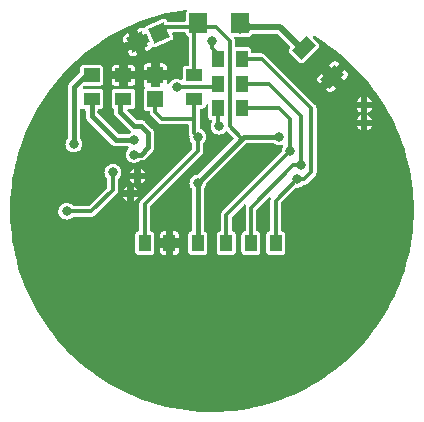
<source format=gbl>
G04 Layer: BottomLayer*
G04 EasyEDA v6.5.42, 2024-03-03 20:16:13*
G04 2dd346860b7e4ad097e02c02aa15ffe7,ed70181f279245e6aff80281ee7dc86a,10*
G04 Gerber Generator version 0.2*
G04 Scale: 100 percent, Rotated: No, Reflected: No *
G04 Dimensions in millimeters *
G04 leading zeros omitted , absolute positions ,4 integer and 5 decimal *
%FSLAX45Y45*%
%MOMM*%

%AMMACRO1*21,1,$1,$2,0,0,$3*%
%ADD10C,0.3000*%
%ADD11C,0.4000*%
%ADD12C,0.5000*%
%ADD13R,1.0000X1.3770*%
%ADD14R,1.3500X1.4100*%
%ADD15MACRO1,1.35X1.41X0.0000*%
%ADD16R,1.3770X1.1325*%
%ADD17MACRO1,1.377X1.1325X0.0000*%
%ADD18MACRO1,1.62X1.44X-90.0000*%
%ADD19MACRO1,1.1X1.7X135.0019*%
%ADD20MACRO1,1.1X1.7X135.0000*%
%ADD21MACRO1,1.35X1.41X113.0004*%
%ADD22R,1.3770X1.0000*%
%ADD23C,0.8000*%
%ADD24C,0.0156*%

%LPD*%
G36*
X3614318Y2440533D02*
G01*
X3556304Y2441041D01*
X3498291Y2443530D01*
X3440379Y2447950D01*
X3382670Y2454351D01*
X3325215Y2462733D01*
X3268116Y2472994D01*
X3211322Y2485237D01*
X3155035Y2499410D01*
X3099257Y2515463D01*
X3044037Y2533396D01*
X2989478Y2553208D01*
X2935579Y2574899D01*
X2882493Y2598369D01*
X2830220Y2623616D01*
X2778810Y2650642D01*
X2728417Y2679395D01*
X2678938Y2709824D01*
X2630576Y2741930D01*
X2583332Y2775661D01*
X2537256Y2810967D01*
X2492400Y2847848D01*
X2448814Y2886202D01*
X2406548Y2926029D01*
X2365705Y2967228D01*
X2326233Y3009849D01*
X2288286Y3053740D01*
X2251811Y3098901D01*
X2216912Y3145282D01*
X2183587Y3192830D01*
X2151888Y3241497D01*
X2121865Y3291179D01*
X2093569Y3341878D01*
X2067001Y3393490D01*
X2042210Y3446018D01*
X2019198Y3499307D01*
X1998014Y3553358D01*
X1978660Y3608120D01*
X1961184Y3663442D01*
X1945639Y3719372D01*
X1931974Y3775811D01*
X1920189Y3832656D01*
X1910384Y3889908D01*
X1902561Y3947414D01*
X1896668Y4005173D01*
X1892706Y4063085D01*
X1890725Y4121099D01*
X1890775Y4179163D01*
X1892757Y4237228D01*
X1896668Y4295140D01*
X1902612Y4352899D01*
X1910435Y4410405D01*
X1920290Y4467606D01*
X1932025Y4524502D01*
X1945690Y4580890D01*
X1961286Y4636820D01*
X1978761Y4692192D01*
X1998116Y4746904D01*
X2019300Y4800955D01*
X2042312Y4854295D01*
X2067153Y4906772D01*
X2093722Y4958384D01*
X2122068Y5009083D01*
X2152091Y5058765D01*
X2183739Y5107381D01*
X2217115Y5154930D01*
X2252014Y5201310D01*
X2288489Y5246471D01*
X2326487Y5290362D01*
X2365959Y5332984D01*
X2406802Y5374182D01*
X2449068Y5414010D01*
X2492654Y5452364D01*
X2537510Y5489194D01*
X2583637Y5524500D01*
X2630881Y5558231D01*
X2679242Y5590336D01*
X2728671Y5620766D01*
X2779115Y5649518D01*
X2830525Y5676493D01*
X2882798Y5701741D01*
X2935935Y5725210D01*
X2989783Y5746851D01*
X3044342Y5766663D01*
X3099562Y5784596D01*
X3155391Y5800648D01*
X3211677Y5814771D01*
X3268421Y5827014D01*
X3325571Y5837275D01*
X3377184Y5844794D01*
X3381197Y5844590D01*
X3384854Y5842812D01*
X3387496Y5839714D01*
X3388715Y5835904D01*
X3388360Y5831890D01*
X3383330Y5822645D01*
X3381603Y5816955D01*
X3380994Y5810504D01*
X3380994Y5755690D01*
X3380232Y5751779D01*
X3377996Y5748477D01*
X3374694Y5746292D01*
X3370834Y5745530D01*
X3227425Y5745530D01*
X3223869Y5746140D01*
X3220770Y5748020D01*
X3218535Y5750814D01*
X3215741Y5755894D01*
X3211931Y5760466D01*
X3207258Y5764225D01*
X3201974Y5766968D01*
X3196234Y5768644D01*
X3190290Y5769203D01*
X3184347Y5768543D01*
X3178200Y5766612D01*
X3049320Y5711952D01*
X3043631Y5708802D01*
X3039059Y5704992D01*
X3035300Y5700369D01*
X3030321Y5691022D01*
X3026714Y5688431D01*
X3022346Y5687618D01*
X3012135Y5690514D01*
X3006191Y5691073D01*
X3000248Y5690412D01*
X2994101Y5688482D01*
X2967939Y5677408D01*
X2990545Y5624068D01*
X3034030Y5642559D01*
X3037941Y5643321D01*
X3041802Y5642610D01*
X3045155Y5640425D01*
X3047390Y5637174D01*
X3070758Y5582056D01*
X3071571Y5578144D01*
X3070809Y5574284D01*
X3068675Y5570931D01*
X3065373Y5568696D01*
X3021888Y5550255D01*
X3044545Y5496966D01*
X3070656Y5508040D01*
X3076346Y5511139D01*
X3080918Y5515000D01*
X3084677Y5519623D01*
X3089656Y5528970D01*
X3093262Y5531561D01*
X3097682Y5532374D01*
X3107842Y5529478D01*
X3113786Y5528919D01*
X3119729Y5529580D01*
X3125927Y5531510D01*
X3254756Y5586171D01*
X3260445Y5589320D01*
X3265017Y5593130D01*
X3268776Y5597753D01*
X3271570Y5603087D01*
X3273247Y5608777D01*
X3273755Y5614720D01*
X3273145Y5620664D01*
X3271215Y5626862D01*
X3265474Y5640374D01*
X3264662Y5644286D01*
X3265424Y5648198D01*
X3267608Y5651500D01*
X3270910Y5653735D01*
X3274822Y5654497D01*
X3371291Y5654497D01*
X3374948Y5653836D01*
X3378098Y5651855D01*
X3380333Y5648909D01*
X3381400Y5645353D01*
X3381603Y5643067D01*
X3383330Y5637326D01*
X3386175Y5632043D01*
X3389934Y5627471D01*
X3394557Y5623661D01*
X3399129Y5621223D01*
X3401974Y5618988D01*
X3403854Y5615838D01*
X3404463Y5612282D01*
X3404463Y5380685D01*
X3403701Y5376773D01*
X3401517Y5373471D01*
X3398215Y5371287D01*
X3394303Y5370525D01*
X3381654Y5370525D01*
X3375202Y5369864D01*
X3369462Y5368137D01*
X3364229Y5365343D01*
X3359607Y5361533D01*
X3355797Y5356910D01*
X3353003Y5351627D01*
X3351276Y5345938D01*
X3350615Y5339486D01*
X3350615Y5259527D01*
X3349751Y5255361D01*
X3347212Y5251907D01*
X3343452Y5249824D01*
X3339185Y5249468D01*
X3335172Y5250891D01*
X3331972Y5252821D01*
X3321761Y5257038D01*
X3311042Y5259628D01*
X3300018Y5260492D01*
X3288995Y5259628D01*
X3278225Y5257038D01*
X3268014Y5252821D01*
X3258565Y5247030D01*
X3250184Y5239867D01*
X3242970Y5231434D01*
X3236823Y5221376D01*
X3233826Y5218277D01*
X3229762Y5216652D01*
X3225393Y5216906D01*
X3221583Y5218988D01*
X3218942Y5222443D01*
X3218027Y5226710D01*
X3218027Y5248402D01*
X3160115Y5248402D01*
X3160115Y5201158D01*
X3159302Y5197246D01*
X3157118Y5193995D01*
X3153816Y5191760D01*
X3149955Y5190998D01*
X3090062Y5190998D01*
X3086150Y5191760D01*
X3082848Y5193995D01*
X3080664Y5197246D01*
X3079902Y5201158D01*
X3079902Y5248402D01*
X3021990Y5248402D01*
X3021990Y5220004D01*
X3022600Y5213553D01*
X3024378Y5207812D01*
X3027172Y5202580D01*
X3033826Y5194350D01*
X3034792Y5189982D01*
X3033826Y5185664D01*
X3027172Y5177434D01*
X3024378Y5172151D01*
X3022600Y5166410D01*
X3021990Y5160010D01*
X3021990Y5020005D01*
X3022600Y5013553D01*
X3024378Y5007813D01*
X3027172Y5002580D01*
X3030931Y4997958D01*
X3035554Y4994148D01*
X3040837Y4991354D01*
X3046526Y4989626D01*
X3052978Y4988966D01*
X3064459Y4988966D01*
X3068421Y4988153D01*
X3071723Y4985867D01*
X3073908Y4982464D01*
X3075736Y4969560D01*
X3078378Y4961636D01*
X3082493Y4954320D01*
X3088132Y4947462D01*
X3149092Y4886604D01*
X3156051Y4881321D01*
X3163570Y4877612D01*
X3171647Y4875276D01*
X3180486Y4874463D01*
X3394303Y4874463D01*
X3398215Y4873701D01*
X3401517Y4871516D01*
X3403701Y4868214D01*
X3404463Y4864303D01*
X3404514Y4798263D01*
X3405733Y4789474D01*
X3407562Y4783582D01*
X3409797Y4777994D01*
X3409950Y4775403D01*
X3409492Y4770018D01*
X3410407Y4758994D01*
X3412947Y4748225D01*
X3417214Y4738014D01*
X3422954Y4728565D01*
X3433572Y4716018D01*
X3434486Y4711801D01*
X3434486Y4673041D01*
X3433724Y4669180D01*
X3431489Y4665878D01*
X2996590Y4230878D01*
X2991358Y4223918D01*
X2987598Y4216400D01*
X2985312Y4208322D01*
X2984500Y4199534D01*
X2984500Y3978960D01*
X2983788Y3975303D01*
X2981858Y3972153D01*
X2978912Y3969867D01*
X2974035Y3968750D01*
X2968345Y3966972D01*
X2963062Y3964178D01*
X2958439Y3960368D01*
X2954680Y3955796D01*
X2951835Y3950512D01*
X2950108Y3944772D01*
X2949498Y3938371D01*
X2949498Y3801668D01*
X2950108Y3795217D01*
X2951835Y3789476D01*
X2954680Y3784244D01*
X2958439Y3779621D01*
X2963062Y3775811D01*
X2968345Y3773017D01*
X2974035Y3771290D01*
X2980486Y3770629D01*
X3079496Y3770629D01*
X3085947Y3771290D01*
X3091637Y3773017D01*
X3096920Y3775811D01*
X3101543Y3779621D01*
X3105302Y3784244D01*
X3108096Y3789476D01*
X3109874Y3795217D01*
X3110484Y3801668D01*
X3110484Y3938371D01*
X3109874Y3944772D01*
X3108096Y3950512D01*
X3105302Y3955796D01*
X3101543Y3960368D01*
X3096920Y3964178D01*
X3091637Y3966972D01*
X3085947Y3968750D01*
X3081070Y3969867D01*
X3078124Y3972153D01*
X3076194Y3975303D01*
X3075482Y3978960D01*
X3075482Y4176928D01*
X3076295Y4180840D01*
X3078480Y4184142D01*
X3513378Y4619091D01*
X3518662Y4626051D01*
X3522370Y4633569D01*
X3524707Y4641646D01*
X3525520Y4650435D01*
X3525520Y4711801D01*
X3526434Y4716018D01*
X3537000Y4728565D01*
X3542792Y4738014D01*
X3547008Y4748225D01*
X3549599Y4758994D01*
X3550462Y4770018D01*
X3549599Y4781042D01*
X3547008Y4791760D01*
X3542792Y4801971D01*
X3537000Y4811420D01*
X3529837Y4819853D01*
X3521405Y4827016D01*
X3512007Y4832807D01*
X3501796Y4837023D01*
X3498494Y4839208D01*
X3496259Y4842510D01*
X3495497Y4846421D01*
X3495497Y4999329D01*
X3496259Y5003190D01*
X3498494Y5006492D01*
X3501796Y5008727D01*
X3505657Y5009489D01*
X3518357Y5009489D01*
X3524808Y5010099D01*
X3530498Y5011826D01*
X3535781Y5014671D01*
X3540404Y5018430D01*
X3544163Y5023053D01*
X3547008Y5028336D01*
X3548735Y5034026D01*
X3549192Y5039055D01*
X3550564Y5043220D01*
X3553561Y5046421D01*
X3557625Y5048046D01*
X3561994Y5047843D01*
X3565855Y5045811D01*
X3568547Y5042306D01*
X3569462Y5038039D01*
X3569462Y4941620D01*
X3570122Y4935220D01*
X3571849Y4929479D01*
X3574643Y4924196D01*
X3578453Y4919624D01*
X3583076Y4915814D01*
X3588308Y4913020D01*
X3594100Y4911242D01*
X3597351Y4909566D01*
X3599789Y4906822D01*
X3601110Y4903368D01*
X3601110Y4899660D01*
X3599789Y4896205D01*
X3597198Y4891989D01*
X3592982Y4881778D01*
X3590391Y4871008D01*
X3589528Y4859985D01*
X3590391Y4848961D01*
X3592982Y4838242D01*
X3597198Y4827981D01*
X3602990Y4818583D01*
X3610152Y4810150D01*
X3618585Y4802987D01*
X3627983Y4797196D01*
X3638194Y4792980D01*
X3648964Y4790389D01*
X3659987Y4789525D01*
X3671011Y4790389D01*
X3681780Y4792980D01*
X3691991Y4797196D01*
X3701440Y4802987D01*
X3709822Y4810150D01*
X3714546Y4815687D01*
X3717848Y4818227D01*
X3721862Y4819243D01*
X3725976Y4818532D01*
X3729431Y4816246D01*
X3779875Y4765649D01*
X3782110Y4762347D01*
X3782872Y4758486D01*
X3782060Y4754626D01*
X3779875Y4751324D01*
X3481628Y4453026D01*
X3478682Y4450994D01*
X3475228Y4450080D01*
X3468979Y4449622D01*
X3458210Y4447032D01*
X3447999Y4442815D01*
X3438550Y4437024D01*
X3430168Y4429810D01*
X3422954Y4421428D01*
X3417214Y4411980D01*
X3412947Y4401769D01*
X3410407Y4391050D01*
X3409492Y4379976D01*
X3410407Y4368952D01*
X3412947Y4358233D01*
X3417214Y4348022D01*
X3422954Y4338574D01*
X3427069Y4333798D01*
X3428847Y4330700D01*
X3429508Y4327194D01*
X3429508Y3977894D01*
X3428593Y3973728D01*
X3426002Y3970274D01*
X3422294Y3968191D01*
X3418332Y3966972D01*
X3413048Y3964178D01*
X3408426Y3960368D01*
X3404666Y3955796D01*
X3401822Y3950512D01*
X3400094Y3944772D01*
X3399485Y3938371D01*
X3399485Y3801668D01*
X3400094Y3795217D01*
X3401822Y3789476D01*
X3404666Y3784244D01*
X3408426Y3779621D01*
X3413048Y3775811D01*
X3418332Y3773017D01*
X3424021Y3771290D01*
X3430473Y3770629D01*
X3529482Y3770629D01*
X3535934Y3771290D01*
X3541623Y3773017D01*
X3546906Y3775811D01*
X3551529Y3779621D01*
X3555288Y3784244D01*
X3558133Y3789476D01*
X3559860Y3795217D01*
X3560470Y3801668D01*
X3560470Y3938371D01*
X3559860Y3944772D01*
X3558133Y3950512D01*
X3555288Y3955796D01*
X3551529Y3960368D01*
X3546906Y3964178D01*
X3541623Y3966972D01*
X3537712Y3968191D01*
X3533952Y3970274D01*
X3531412Y3973728D01*
X3530498Y3977894D01*
X3530498Y4327194D01*
X3531108Y4330700D01*
X3532936Y4333798D01*
X3537000Y4338574D01*
X3542792Y4348022D01*
X3547008Y4358233D01*
X3549599Y4368952D01*
X3550107Y4375200D01*
X3550970Y4378655D01*
X3553053Y4381601D01*
X3887927Y4716526D01*
X3891229Y4718710D01*
X3895140Y4719472D01*
X4117187Y4719472D01*
X4120743Y4718862D01*
X4123791Y4717034D01*
X4128566Y4712970D01*
X4138015Y4707229D01*
X4148226Y4702962D01*
X4158945Y4700371D01*
X4169968Y4699508D01*
X4180992Y4700371D01*
X4189374Y4702403D01*
X4193336Y4702556D01*
X4197045Y4701184D01*
X4199940Y4698492D01*
X4201617Y4694885D01*
X4201769Y4690922D01*
X4200398Y4687214D01*
X4197197Y4681982D01*
X4192981Y4671771D01*
X4190390Y4661001D01*
X4189018Y4644593D01*
X4186682Y4640884D01*
X3686708Y4140860D01*
X3681425Y4133900D01*
X3677665Y4126382D01*
X3675379Y4118305D01*
X3674567Y4109516D01*
X3674567Y3978960D01*
X3673906Y3975303D01*
X3671925Y3972153D01*
X3668979Y3969918D01*
X3664051Y3968750D01*
X3658311Y3966972D01*
X3653078Y3964178D01*
X3648456Y3960368D01*
X3644646Y3955796D01*
X3641851Y3950512D01*
X3640124Y3944772D01*
X3639464Y3938371D01*
X3639464Y3801668D01*
X3640124Y3795217D01*
X3641851Y3789476D01*
X3644646Y3784244D01*
X3648456Y3779621D01*
X3653078Y3775811D01*
X3658311Y3773017D01*
X3664051Y3771290D01*
X3670503Y3770629D01*
X3769461Y3770629D01*
X3775913Y3771290D01*
X3781653Y3773017D01*
X3786886Y3775811D01*
X3791508Y3779621D01*
X3795318Y3784244D01*
X3798112Y3789476D01*
X3799840Y3795217D01*
X3800500Y3801668D01*
X3800500Y3938371D01*
X3799840Y3944772D01*
X3798112Y3950512D01*
X3795318Y3955796D01*
X3791508Y3960368D01*
X3786886Y3964178D01*
X3781653Y3966972D01*
X3775913Y3968750D01*
X3771188Y3969867D01*
X3768242Y3972153D01*
X3766261Y3975303D01*
X3765600Y3978960D01*
X3765600Y4086910D01*
X3766362Y4090822D01*
X3768547Y4094124D01*
X3870451Y4195978D01*
X3874160Y4198366D01*
X3878579Y4198924D01*
X3882796Y4197553D01*
X3885996Y4194556D01*
X3887673Y4190441D01*
X3887419Y4186021D01*
X3885184Y4178249D01*
X3884371Y4169460D01*
X3884371Y3978960D01*
X3883710Y3975303D01*
X3881729Y3972153D01*
X3878783Y3969867D01*
X3874058Y3968750D01*
X3868318Y3966972D01*
X3863035Y3964178D01*
X3858463Y3960368D01*
X3854653Y3955796D01*
X3851859Y3950512D01*
X3850081Y3944772D01*
X3849471Y3938371D01*
X3849471Y3801668D01*
X3850081Y3795217D01*
X3851859Y3789476D01*
X3854653Y3784244D01*
X3858463Y3779621D01*
X3863035Y3775811D01*
X3868318Y3773017D01*
X3874058Y3771290D01*
X3880459Y3770629D01*
X3979468Y3770629D01*
X3985920Y3771290D01*
X3991660Y3773017D01*
X3996893Y3775811D01*
X4001515Y3779621D01*
X4005326Y3784244D01*
X4008120Y3789476D01*
X4009847Y3795217D01*
X4010507Y3801668D01*
X4010507Y3938371D01*
X4009847Y3944772D01*
X4008120Y3950512D01*
X4005326Y3955796D01*
X4001515Y3960368D01*
X3996893Y3964178D01*
X3991660Y3966972D01*
X3985920Y3968750D01*
X3980992Y3969918D01*
X3978046Y3972153D01*
X3976065Y3975303D01*
X3975404Y3978960D01*
X3975404Y4146854D01*
X3976166Y4150766D01*
X3978351Y4154068D01*
X4080611Y4256278D01*
X4084320Y4258665D01*
X4088739Y4259224D01*
X4092956Y4257852D01*
X4096156Y4254855D01*
X4097832Y4250740D01*
X4097578Y4246321D01*
X4095292Y4238345D01*
X4094479Y4229557D01*
X4094479Y3978960D01*
X4093819Y3975303D01*
X4091838Y3972153D01*
X4088892Y3969867D01*
X4084015Y3968750D01*
X4078325Y3966972D01*
X4073042Y3964178D01*
X4068419Y3960368D01*
X4064660Y3955796D01*
X4061815Y3950512D01*
X4060088Y3944772D01*
X4059478Y3938371D01*
X4059478Y3801668D01*
X4060088Y3795217D01*
X4061815Y3789476D01*
X4064660Y3784244D01*
X4068419Y3779621D01*
X4073042Y3775811D01*
X4078325Y3773017D01*
X4084015Y3771290D01*
X4090466Y3770629D01*
X4189476Y3770629D01*
X4195927Y3771290D01*
X4201617Y3773017D01*
X4206900Y3775811D01*
X4211523Y3779621D01*
X4215282Y3784244D01*
X4218127Y3789476D01*
X4219854Y3795217D01*
X4220464Y3801668D01*
X4220464Y3938371D01*
X4219854Y3944772D01*
X4218127Y3950512D01*
X4215282Y3955796D01*
X4211523Y3960368D01*
X4206900Y3964178D01*
X4201617Y3966972D01*
X4195927Y3968750D01*
X4191101Y3969867D01*
X4188155Y3972153D01*
X4186174Y3975303D01*
X4185513Y3978960D01*
X4185513Y4206951D01*
X4186275Y4210862D01*
X4188460Y4214114D01*
X4310989Y4336643D01*
X4314647Y4339031D01*
X4331004Y4340402D01*
X4341774Y4342993D01*
X4351985Y4347210D01*
X4361434Y4353001D01*
X4373829Y4363466D01*
X4378045Y4364431D01*
X4381754Y4364482D01*
X4390390Y4365701D01*
X4398314Y4368342D01*
X4405680Y4372457D01*
X4412488Y4378096D01*
X4473295Y4438954D01*
X4478578Y4445965D01*
X4482338Y4453483D01*
X4484624Y4461560D01*
X4485436Y4470349D01*
X4485386Y5011623D01*
X4484166Y5020310D01*
X4481525Y5028234D01*
X4477410Y5035600D01*
X4471771Y5042408D01*
X4050741Y5463387D01*
X4043730Y5468670D01*
X4036212Y5472430D01*
X4028135Y5474716D01*
X4019346Y5475528D01*
X3940657Y5475528D01*
X3936796Y5476290D01*
X3933494Y5478475D01*
X3931259Y5481777D01*
X3930497Y5485688D01*
X3930497Y5498338D01*
X3929887Y5504789D01*
X3928160Y5510479D01*
X3925315Y5515762D01*
X3921556Y5520385D01*
X3916934Y5524144D01*
X3911650Y5526989D01*
X3905961Y5528716D01*
X3899509Y5529326D01*
X3805732Y5529326D01*
X3801821Y5530138D01*
X3798519Y5532323D01*
X3796334Y5535625D01*
X3795572Y5539486D01*
X3795522Y5581599D01*
X3794302Y5590286D01*
X3791661Y5598210D01*
X3788765Y5603392D01*
X3787546Y5607405D01*
X3788003Y5611571D01*
X3790137Y5615178D01*
X3793540Y5617616D01*
X3797655Y5618480D01*
X3814673Y5618480D01*
X3818128Y5617870D01*
X3822141Y5616397D01*
X3831640Y5614720D01*
X3841343Y5614720D01*
X3850843Y5616397D01*
X3854856Y5617870D01*
X3858310Y5618480D01*
X3907993Y5618480D01*
X3914444Y5619089D01*
X3920134Y5620867D01*
X3925417Y5623661D01*
X3930040Y5627471D01*
X3933799Y5632043D01*
X3938015Y5639612D01*
X3940911Y5642660D01*
X3943705Y5644032D01*
X3946753Y5644489D01*
X4147565Y5644489D01*
X4151426Y5643727D01*
X4154728Y5641543D01*
X4260291Y5535980D01*
X4262374Y5532882D01*
X4263237Y5529224D01*
X4262678Y5525516D01*
X4260850Y5522214D01*
X4255414Y5515813D01*
X4252620Y5510631D01*
X4250893Y5504942D01*
X4250334Y5498998D01*
X4250893Y5493054D01*
X4252620Y5487314D01*
X4255465Y5482082D01*
X4259580Y5477052D01*
X4336643Y5399989D01*
X4341622Y5395874D01*
X4346905Y5393080D01*
X4352645Y5391353D01*
X4358589Y5390743D01*
X4364532Y5391353D01*
X4370222Y5393080D01*
X4375505Y5395874D01*
X4380484Y5399989D01*
X4500016Y5519470D01*
X4504080Y5524500D01*
X4506925Y5529732D01*
X4508652Y5535472D01*
X4509211Y5541416D01*
X4508652Y5547360D01*
X4506925Y5553049D01*
X4504080Y5558332D01*
X4500016Y5563362D01*
X4458563Y5604764D01*
X4456277Y5608269D01*
X4455617Y5612333D01*
X4456633Y5616397D01*
X4459173Y5619699D01*
X4462830Y5621680D01*
X4466996Y5622036D01*
X4470958Y5620664D01*
X4496460Y5605576D01*
X4545330Y5574284D01*
X4593183Y5541365D01*
X4639818Y5506821D01*
X4685334Y5470753D01*
X4729530Y5433110D01*
X4772456Y5394045D01*
X4814011Y5353507D01*
X4854194Y5311597D01*
X4892903Y5268315D01*
X4930140Y5223764D01*
X4965852Y5177993D01*
X4999939Y5131003D01*
X5032451Y5082895D01*
X5063337Y5033721D01*
X5092496Y4983530D01*
X5119928Y4932375D01*
X5145633Y4880305D01*
X5169509Y4827422D01*
X5191607Y4773726D01*
X5211876Y4719320D01*
X5230266Y4664252D01*
X5246827Y4608576D01*
X5261457Y4552391D01*
X5274157Y4495749D01*
X5284927Y4438700D01*
X5293766Y4381347D01*
X5300624Y4323689D01*
X5305552Y4265828D01*
X5308498Y4207865D01*
X5309463Y4149801D01*
X5308498Y4091736D01*
X5305501Y4033774D01*
X5300573Y3975912D01*
X5293715Y3918305D01*
X5284876Y3860901D01*
X5274056Y3803853D01*
X5261356Y3747211D01*
X5246725Y3691026D01*
X5230164Y3635400D01*
X5211775Y3580333D01*
X5191506Y3525926D01*
X5169408Y3472230D01*
X5145481Y3419348D01*
X5119776Y3367278D01*
X5092293Y3316122D01*
X5063134Y3265932D01*
X5032298Y3216757D01*
X4999786Y3168650D01*
X4965649Y3121710D01*
X4929936Y3075889D01*
X4892700Y3031388D01*
X4853940Y2988106D01*
X4813808Y2946196D01*
X4772202Y2905709D01*
X4729276Y2866593D01*
X4685030Y2829001D01*
X4639564Y2792933D01*
X4592878Y2758389D01*
X4545076Y2725470D01*
X4496155Y2694228D01*
X4446168Y2664612D01*
X4395266Y2636723D01*
X4343400Y2610612D01*
X4290720Y2586228D01*
X4237228Y2563723D01*
X4182973Y2542997D01*
X4128109Y2524099D01*
X4072585Y2507132D01*
X4016501Y2491994D01*
X3959961Y2478836D01*
X3903014Y2467559D01*
X3845712Y2458262D01*
X3788156Y2450896D01*
X3730345Y2445461D01*
X3672382Y2442006D01*
G37*

%LPC*%
G36*
X3190494Y3770629D02*
G01*
X3208629Y3770629D01*
X3208629Y3829253D01*
X3159455Y3829253D01*
X3159455Y3801668D01*
X3160115Y3795217D01*
X3161842Y3789476D01*
X3164636Y3784244D01*
X3168446Y3779621D01*
X3173069Y3775811D01*
X3178302Y3773017D01*
X3184042Y3771290D01*
G37*
G36*
X3271316Y3770629D02*
G01*
X3289503Y3770629D01*
X3295904Y3771290D01*
X3301644Y3773017D01*
X3306927Y3775811D01*
X3311499Y3779621D01*
X3315309Y3784244D01*
X3318103Y3789476D01*
X3319830Y3795217D01*
X3320491Y3801668D01*
X3320491Y3829253D01*
X3271316Y3829253D01*
G37*
G36*
X3271316Y3910787D02*
G01*
X3320491Y3910787D01*
X3320491Y3938371D01*
X3319830Y3944772D01*
X3318103Y3950512D01*
X3315309Y3955796D01*
X3311499Y3960368D01*
X3306927Y3964178D01*
X3301644Y3966972D01*
X3295904Y3968750D01*
X3289503Y3969359D01*
X3271316Y3969359D01*
G37*
G36*
X3159455Y3910787D02*
G01*
X3208629Y3910787D01*
X3208629Y3969359D01*
X3190494Y3969359D01*
X3184042Y3968750D01*
X3178302Y3966972D01*
X3173069Y3964178D01*
X3168446Y3960368D01*
X3164636Y3955796D01*
X3161842Y3950512D01*
X3160115Y3944772D01*
X3159455Y3938371D01*
G37*
G36*
X2369972Y4069537D02*
G01*
X2380996Y4070400D01*
X2391765Y4072991D01*
X2401976Y4077208D01*
X2411425Y4082999D01*
X2423922Y4093514D01*
X2428138Y4094429D01*
X2581605Y4094479D01*
X2590292Y4095699D01*
X2598216Y4098340D01*
X2605582Y4102455D01*
X2612390Y4108094D01*
X2793339Y4289094D01*
X2798622Y4296105D01*
X2802382Y4303623D01*
X2804668Y4311700D01*
X2805480Y4320489D01*
X2805480Y4411776D01*
X2806395Y4415993D01*
X2817012Y4428591D01*
X2822803Y4437989D01*
X2827020Y4448200D01*
X2829610Y4458970D01*
X2830474Y4469993D01*
X2829610Y4481017D01*
X2827020Y4491786D01*
X2822803Y4501997D01*
X2817012Y4511446D01*
X2809849Y4519828D01*
X2801416Y4527042D01*
X2791968Y4532782D01*
X2781757Y4537049D01*
X2771038Y4539589D01*
X2760014Y4540453D01*
X2748991Y4539589D01*
X2738221Y4537049D01*
X2728010Y4532782D01*
X2718562Y4527042D01*
X2710180Y4519828D01*
X2702966Y4511446D01*
X2697175Y4501997D01*
X2692958Y4491786D01*
X2690368Y4481017D01*
X2689504Y4469993D01*
X2690368Y4458970D01*
X2692958Y4448200D01*
X2697175Y4437989D01*
X2702966Y4428591D01*
X2713532Y4416044D01*
X2714447Y4411827D01*
X2714447Y4343095D01*
X2713685Y4339183D01*
X2711500Y4335881D01*
X2564028Y4188409D01*
X2560726Y4186224D01*
X2556814Y4185462D01*
X2428240Y4185462D01*
X2424023Y4186377D01*
X2411425Y4196994D01*
X2401976Y4202785D01*
X2391765Y4207052D01*
X2380996Y4209592D01*
X2369972Y4210456D01*
X2358948Y4209592D01*
X2348230Y4207052D01*
X2338019Y4202785D01*
X2328570Y4196994D01*
X2320137Y4189831D01*
X2312974Y4181449D01*
X2307183Y4172000D01*
X2302967Y4161790D01*
X2300376Y4151020D01*
X2299512Y4139996D01*
X2300376Y4128973D01*
X2302967Y4118203D01*
X2307183Y4107992D01*
X2312974Y4098594D01*
X2320137Y4090162D01*
X2328570Y4082999D01*
X2338019Y4077208D01*
X2348230Y4072991D01*
X2358948Y4070400D01*
G37*
G36*
X2936341Y4224832D02*
G01*
X2941980Y4227220D01*
X2951429Y4232960D01*
X2959811Y4240174D01*
X2967024Y4248556D01*
X2972765Y4258005D01*
X2975102Y4263644D01*
X2936341Y4263644D01*
G37*
G36*
X2883662Y4224832D02*
G01*
X2883662Y4263644D01*
X2844850Y4263644D01*
X2847187Y4258005D01*
X2852978Y4248556D01*
X2860141Y4240174D01*
X2868574Y4232960D01*
X2877972Y4227220D01*
G37*
G36*
X2844850Y4316323D02*
G01*
X2883662Y4316323D01*
X2883662Y4355134D01*
X2877972Y4352798D01*
X2868574Y4347006D01*
X2860141Y4339844D01*
X2852978Y4331411D01*
X2847187Y4321962D01*
G37*
G36*
X2936341Y4316323D02*
G01*
X2975102Y4316323D01*
X2972765Y4321962D01*
X2967024Y4331411D01*
X2959811Y4339844D01*
X2951429Y4347006D01*
X2941980Y4352798D01*
X2936341Y4355134D01*
G37*
G36*
X2996336Y4374845D02*
G01*
X3001975Y4377182D01*
X3011424Y4382973D01*
X3019806Y4390136D01*
X3027019Y4398568D01*
X3032810Y4408017D01*
X3035147Y4413656D01*
X2996336Y4413656D01*
G37*
G36*
X2943656Y4374845D02*
G01*
X2943656Y4413656D01*
X2904845Y4413656D01*
X2907182Y4408017D01*
X2912973Y4398568D01*
X2920136Y4390136D01*
X2928569Y4382973D01*
X2938018Y4377182D01*
G37*
G36*
X2904845Y4466336D02*
G01*
X2943656Y4466336D01*
X2943656Y4505147D01*
X2938018Y4502810D01*
X2928569Y4497019D01*
X2920136Y4489805D01*
X2912973Y4481423D01*
X2907182Y4471974D01*
G37*
G36*
X2996336Y4466336D02*
G01*
X3035147Y4466336D01*
X3032810Y4471974D01*
X3027019Y4481423D01*
X3019806Y4489805D01*
X3011424Y4497019D01*
X3001975Y4502810D01*
X2996336Y4505147D01*
G37*
G36*
X2939999Y4549546D02*
G01*
X2951022Y4550410D01*
X2961792Y4552950D01*
X2972003Y4557217D01*
X2981401Y4563008D01*
X2986176Y4567072D01*
X2989275Y4568850D01*
X2992780Y4569510D01*
X3004413Y4569714D01*
X3008782Y4570272D01*
X3013049Y4571238D01*
X3017266Y4572558D01*
X3021330Y4574235D01*
X3025241Y4576267D01*
X3028950Y4578654D01*
X3032455Y4581347D01*
X3035858Y4584446D01*
X3095498Y4644085D01*
X3098596Y4647488D01*
X3101289Y4650994D01*
X3103676Y4654702D01*
X3105708Y4658614D01*
X3107385Y4662678D01*
X3108706Y4666894D01*
X3109671Y4671161D01*
X3110230Y4675530D01*
X3110433Y4680153D01*
X3110433Y4799888D01*
X3110230Y4804511D01*
X3109671Y4808880D01*
X3108706Y4813147D01*
X3107385Y4817364D01*
X3105708Y4821428D01*
X3103676Y4825339D01*
X3101289Y4829048D01*
X3098596Y4832553D01*
X3095498Y4835956D01*
X3035858Y4895596D01*
X3032455Y4898694D01*
X3028950Y4901387D01*
X3025241Y4903774D01*
X3021330Y4905806D01*
X3017266Y4907483D01*
X3013049Y4908804D01*
X3008782Y4909769D01*
X3004413Y4910328D01*
X2999790Y4910531D01*
X2965145Y4910531D01*
X2961233Y4911293D01*
X2957982Y4913528D01*
X2885846Y4985512D01*
X2883611Y4988814D01*
X2882849Y4992674D01*
X2883611Y4996586D01*
X2885795Y4999888D01*
X2889097Y5002072D01*
X2893009Y5002834D01*
X2918358Y5002834D01*
X2924810Y5003495D01*
X2930499Y5005222D01*
X2935782Y5008016D01*
X2940405Y5011826D01*
X2944164Y5016449D01*
X2947009Y5021681D01*
X2948736Y5027422D01*
X2949346Y5033873D01*
X2949346Y5146090D01*
X2948736Y5152542D01*
X2947009Y5158282D01*
X2944164Y5163515D01*
X2940405Y5168138D01*
X2935782Y5171948D01*
X2930499Y5174742D01*
X2924810Y5176469D01*
X2918358Y5177129D01*
X2781655Y5177129D01*
X2775204Y5176469D01*
X2769463Y5174742D01*
X2764231Y5171948D01*
X2759608Y5168138D01*
X2755798Y5163515D01*
X2753004Y5158282D01*
X2751277Y5152542D01*
X2750616Y5146090D01*
X2750616Y5033873D01*
X2751277Y5027422D01*
X2753004Y5021681D01*
X2755798Y5016449D01*
X2759557Y5011877D01*
X2765552Y5007152D01*
X2767634Y5004917D01*
X2768955Y5002174D01*
X2769412Y4999177D01*
X2769412Y4980127D01*
X2769616Y4975453D01*
X2770174Y4971135D01*
X2771140Y4966817D01*
X2772460Y4962652D01*
X2774188Y4958537D01*
X2776169Y4954676D01*
X2778556Y4950917D01*
X2781198Y4947462D01*
X2784398Y4944008D01*
X2904236Y4824425D01*
X2909468Y4819904D01*
X2912059Y4816957D01*
X2913380Y4813249D01*
X2913176Y4809337D01*
X2911500Y4805832D01*
X2908604Y4803190D01*
X2898597Y4796993D01*
X2893822Y4792929D01*
X2890723Y4791151D01*
X2887218Y4790490D01*
X2815132Y4790490D01*
X2811221Y4791252D01*
X2807919Y4793488D01*
X2633472Y4967935D01*
X2631287Y4971237D01*
X2630525Y4975098D01*
X2630525Y4992674D01*
X2631287Y4996586D01*
X2633472Y4999888D01*
X2636774Y5002072D01*
X2640685Y5002834D01*
X2648356Y5002834D01*
X2654808Y5003495D01*
X2660497Y5005222D01*
X2665780Y5008016D01*
X2670403Y5011826D01*
X2674162Y5016449D01*
X2677007Y5021681D01*
X2678734Y5027422D01*
X2679344Y5033873D01*
X2679344Y5146090D01*
X2678734Y5152542D01*
X2677007Y5158282D01*
X2674162Y5163515D01*
X2670403Y5168138D01*
X2665780Y5171948D01*
X2660497Y5174742D01*
X2654808Y5176469D01*
X2648356Y5177129D01*
X2513126Y5177129D01*
X2509215Y5177891D01*
X2505913Y5180076D01*
X2503728Y5183378D01*
X2502966Y5187289D01*
X2503728Y5191150D01*
X2505913Y5194452D01*
X2511348Y5199888D01*
X2514650Y5202072D01*
X2518511Y5202834D01*
X2648356Y5202834D01*
X2654808Y5203494D01*
X2660497Y5205222D01*
X2665780Y5208066D01*
X2670403Y5211826D01*
X2674162Y5216448D01*
X2677007Y5221732D01*
X2678734Y5227421D01*
X2679344Y5233873D01*
X2679344Y5346141D01*
X2678734Y5352542D01*
X2677007Y5358282D01*
X2674162Y5363565D01*
X2670403Y5368137D01*
X2665780Y5371947D01*
X2660497Y5374741D01*
X2654808Y5376519D01*
X2648356Y5377129D01*
X2511653Y5377129D01*
X2505202Y5376519D01*
X2499512Y5374741D01*
X2494229Y5371947D01*
X2489606Y5368137D01*
X2485796Y5363565D01*
X2483002Y5358282D01*
X2481275Y5352542D01*
X2480614Y5346141D01*
X2480614Y5316220D01*
X2479852Y5312359D01*
X2477668Y5309057D01*
X2394458Y5225846D01*
X2391359Y5222443D01*
X2388666Y5218938D01*
X2386279Y5215229D01*
X2384247Y5211318D01*
X2382570Y5207254D01*
X2381250Y5203037D01*
X2380284Y5198770D01*
X2379726Y5194401D01*
X2379522Y5189778D01*
X2379522Y4762804D01*
X2378862Y4759299D01*
X2377084Y4756200D01*
X2372969Y4751425D01*
X2367178Y4741976D01*
X2362962Y4731766D01*
X2360371Y4721047D01*
X2359507Y4710023D01*
X2360371Y4699000D01*
X2362962Y4688230D01*
X2367178Y4678019D01*
X2372969Y4668570D01*
X2380183Y4660188D01*
X2388565Y4652975D01*
X2398014Y4647184D01*
X2408224Y4642967D01*
X2418994Y4640376D01*
X2430018Y4639513D01*
X2441041Y4640376D01*
X2451760Y4642967D01*
X2461971Y4647184D01*
X2471420Y4652975D01*
X2479852Y4660188D01*
X2487015Y4668570D01*
X2492806Y4678019D01*
X2497023Y4688230D01*
X2499614Y4699000D01*
X2500477Y4710023D01*
X2499614Y4721047D01*
X2497023Y4731766D01*
X2492806Y4741976D01*
X2487015Y4751425D01*
X2482951Y4756150D01*
X2481173Y4759248D01*
X2480513Y4762754D01*
X2480513Y4998415D01*
X2481376Y5002479D01*
X2483764Y5005882D01*
X2487371Y5008016D01*
X2491486Y5008524D01*
X2495499Y5007356D01*
X2499512Y5005222D01*
X2505202Y5003495D01*
X2511653Y5002834D01*
X2519324Y5002834D01*
X2523236Y5002072D01*
X2526538Y4999888D01*
X2528722Y4996586D01*
X2529484Y4992674D01*
X2529484Y4950206D01*
X2529687Y4945583D01*
X2530297Y4941214D01*
X2531211Y4936896D01*
X2532532Y4932730D01*
X2534259Y4928616D01*
X2536291Y4924755D01*
X2538628Y4920996D01*
X2541320Y4917541D01*
X2544470Y4914087D01*
X2754122Y4704435D01*
X2757525Y4701336D01*
X2761030Y4698644D01*
X2764739Y4696256D01*
X2768650Y4694224D01*
X2772714Y4692548D01*
X2776931Y4691227D01*
X2781249Y4690262D01*
X2785618Y4689703D01*
X2790240Y4689500D01*
X2885643Y4689500D01*
X2889656Y4688687D01*
X2893009Y4686300D01*
X2895142Y4682845D01*
X2895752Y4678781D01*
X2894736Y4674819D01*
X2892247Y4671618D01*
X2890164Y4669840D01*
X2883001Y4661408D01*
X2877210Y4652010D01*
X2872943Y4641799D01*
X2870403Y4631029D01*
X2869539Y4620006D01*
X2870403Y4608982D01*
X2872943Y4598212D01*
X2877210Y4588002D01*
X2883001Y4578553D01*
X2890164Y4570171D01*
X2898546Y4563008D01*
X2907995Y4557217D01*
X2918206Y4552950D01*
X2928975Y4550410D01*
G37*
G36*
X4916322Y4824831D02*
G01*
X4921961Y4827219D01*
X4931410Y4832959D01*
X4939842Y4840173D01*
X4947005Y4848555D01*
X4952796Y4858004D01*
X4955133Y4863642D01*
X4916322Y4863642D01*
G37*
G36*
X4863642Y4824831D02*
G01*
X4863642Y4863642D01*
X4824831Y4863642D01*
X4827168Y4858004D01*
X4832959Y4848555D01*
X4840173Y4840173D01*
X4848555Y4832959D01*
X4858004Y4827219D01*
G37*
G36*
X4916322Y4916322D02*
G01*
X4955133Y4916322D01*
X4952796Y4921961D01*
X4947005Y4931410D01*
X4939842Y4939842D01*
X4931410Y4947005D01*
X4921961Y4952796D01*
X4916322Y4955133D01*
G37*
G36*
X4824831Y4916322D02*
G01*
X4863642Y4916322D01*
X4863642Y4955133D01*
X4858004Y4952796D01*
X4848555Y4947005D01*
X4840173Y4939842D01*
X4832959Y4931410D01*
X4827168Y4921961D01*
G37*
G36*
X4863642Y4974844D02*
G01*
X4863642Y5013655D01*
X4824882Y5013655D01*
X4827219Y5008016D01*
X4832959Y4998567D01*
X4840173Y4990185D01*
X4848555Y4982972D01*
X4858004Y4977180D01*
G37*
G36*
X4916322Y4974844D02*
G01*
X4922012Y4977180D01*
X4931410Y4982972D01*
X4939842Y4990185D01*
X4947005Y4998567D01*
X4952796Y5008016D01*
X4955133Y5013655D01*
X4916373Y5013655D01*
G37*
G36*
X4824882Y5066334D02*
G01*
X4863642Y5066334D01*
X4863642Y5105146D01*
X4858004Y5102809D01*
X4848555Y5097018D01*
X4840173Y5089855D01*
X4832959Y5081422D01*
X4827219Y5071973D01*
G37*
G36*
X4916373Y5066334D02*
G01*
X4955133Y5066334D01*
X4952796Y5071973D01*
X4947005Y5081422D01*
X4939842Y5089855D01*
X4931410Y5097018D01*
X4922012Y5102809D01*
X4916373Y5105146D01*
G37*
G36*
X4598974Y5150307D02*
G01*
X4604918Y5150916D01*
X4610658Y5152644D01*
X4615891Y5155438D01*
X4620920Y5159552D01*
X4646117Y5184749D01*
X4609592Y5221325D01*
X4562449Y5174183D01*
X4577080Y5159552D01*
X4582058Y5155438D01*
X4587341Y5152644D01*
X4593031Y5150916D01*
G37*
G36*
X2890774Y5202834D02*
G01*
X2918358Y5202834D01*
X2924810Y5203494D01*
X2930499Y5205222D01*
X2935782Y5208066D01*
X2940405Y5211826D01*
X2944164Y5216448D01*
X2947009Y5221732D01*
X2948736Y5227421D01*
X2949346Y5233873D01*
X2949346Y5255310D01*
X2890774Y5255310D01*
G37*
G36*
X2781655Y5202834D02*
G01*
X2809240Y5202834D01*
X2809240Y5255310D01*
X2750616Y5255310D01*
X2750616Y5233873D01*
X2751277Y5227421D01*
X2753004Y5221732D01*
X2755798Y5216448D01*
X2759608Y5211826D01*
X2764231Y5208066D01*
X2769463Y5205222D01*
X2775204Y5203494D01*
G37*
G36*
X4514596Y5222036D02*
G01*
X4561738Y5269179D01*
X4525213Y5305704D01*
X4499965Y5280507D01*
X4495901Y5275478D01*
X4493056Y5270246D01*
X4491329Y5264505D01*
X4490770Y5258562D01*
X4491329Y5252618D01*
X4493056Y5246928D01*
X4495901Y5241645D01*
X4499965Y5236616D01*
G37*
G36*
X4715205Y5253837D02*
G01*
X4740402Y5279085D01*
X4744516Y5284063D01*
X4747361Y5289346D01*
X4749088Y5295036D01*
X4749647Y5300980D01*
X4749088Y5306923D01*
X4747361Y5312664D01*
X4744516Y5317896D01*
X4740402Y5322925D01*
X4725822Y5337505D01*
X4678680Y5290362D01*
G37*
G36*
X2890774Y5324652D02*
G01*
X2949346Y5324652D01*
X2949346Y5346141D01*
X2948736Y5352542D01*
X2947009Y5358282D01*
X2944164Y5363565D01*
X2940405Y5368137D01*
X2935782Y5371947D01*
X2930499Y5374741D01*
X2924810Y5376519D01*
X2918358Y5377129D01*
X2890774Y5377129D01*
G37*
G36*
X2750616Y5324652D02*
G01*
X2809240Y5324652D01*
X2809240Y5377129D01*
X2781655Y5377129D01*
X2775204Y5376519D01*
X2769463Y5374741D01*
X2764231Y5371947D01*
X2759608Y5368137D01*
X2755798Y5363565D01*
X2753004Y5358282D01*
X2751277Y5352542D01*
X2750616Y5346141D01*
G37*
G36*
X3021990Y5331612D02*
G01*
X3079902Y5331612D01*
X3079902Y5390997D01*
X3052978Y5390997D01*
X3046526Y5390388D01*
X3040837Y5388610D01*
X3035554Y5385816D01*
X3030931Y5382006D01*
X3027172Y5377434D01*
X3024378Y5372150D01*
X3022600Y5366410D01*
X3021990Y5360009D01*
G37*
G36*
X3160115Y5331612D02*
G01*
X3218027Y5331612D01*
X3218027Y5360009D01*
X3217367Y5366410D01*
X3215640Y5372150D01*
X3212795Y5377434D01*
X3209036Y5382006D01*
X3204413Y5385816D01*
X3199130Y5388610D01*
X3193440Y5390388D01*
X3186988Y5390997D01*
X3160115Y5390997D01*
G37*
G36*
X4630826Y5338267D02*
G01*
X4677918Y5385409D01*
X4663338Y5399989D01*
X4658360Y5404104D01*
X4653076Y5406898D01*
X4647336Y5408625D01*
X4641392Y5409234D01*
X4635449Y5408625D01*
X4629759Y5406898D01*
X4624476Y5404104D01*
X4619498Y5399989D01*
X4594301Y5374792D01*
G37*
G36*
X2929686Y5450789D02*
G01*
X2935630Y5451398D01*
X2941777Y5453329D01*
X2967939Y5464454D01*
X2945333Y5517743D01*
X2890621Y5494528D01*
X2901137Y5469788D01*
X2904236Y5464098D01*
X2908096Y5459526D01*
X2912719Y5455767D01*
X2918002Y5452973D01*
X2923743Y5451297D01*
G37*
G36*
X2859278Y5568340D02*
G01*
X2913989Y5591556D01*
X2891332Y5644896D01*
X2865221Y5633770D01*
X2859532Y5630672D01*
X2854960Y5626862D01*
X2851200Y5622188D01*
X2848406Y5616905D01*
X2846730Y5611164D01*
X2846222Y5605221D01*
X2846832Y5599277D01*
X2848762Y5593130D01*
G37*

%LPD*%
D10*
X3850131Y5400039D02*
G01*
X3850131Y5430012D01*
X4019804Y5430012D01*
X4439920Y5009895D01*
X4439920Y4469892D01*
X4379975Y4409947D01*
X4320031Y4409947D01*
X3850004Y5219979D02*
G01*
X4080002Y5219979D01*
X4349991Y4949990D01*
X4349991Y4530001D01*
X3850131Y5040121D02*
G01*
X3850131Y5009895D01*
X4169918Y5009895D01*
X4260088Y4919979D01*
X4260088Y4649978D01*
X3119993Y5089989D02*
G01*
X3119993Y4979990D01*
X3179993Y4919990D01*
X3449993Y4919990D01*
X3449993Y5089989D02*
G01*
X3449993Y4800003D01*
X3480003Y4769993D01*
D11*
X2580131Y5290057D02*
G01*
X2530093Y5290057D01*
X2430018Y5189981D01*
X2430018Y4709921D01*
X2940050Y4620005D02*
G01*
X2999993Y4620005D01*
X3059938Y4679950D01*
X3059938Y4800092D01*
X2999993Y4860036D01*
X2940050Y4860036D01*
X2819908Y4979923D01*
X2819908Y5089905D01*
X2580010Y5089984D02*
G01*
X2580010Y4949979D01*
X2789994Y4739995D01*
X2939999Y4739995D01*
D10*
X3649997Y5189989D02*
G01*
X3649990Y5189981D01*
X3299993Y5189981D01*
X3483483Y5729986D02*
G01*
X3449993Y5696496D01*
X3449993Y5289989D01*
D12*
X3929992Y5699986D02*
G01*
X3866487Y5699986D01*
X3836492Y5669991D01*
X4367784Y5506973D02*
G01*
X4174743Y5700013D01*
X3929888Y5700013D01*
D10*
X3152140Y5648960D02*
G01*
X3202940Y5700013D01*
X3483609Y5700013D01*
X3483609Y5670042D01*
X3649979Y5400039D02*
G01*
X3649979Y5469889D01*
X3599941Y5519928D01*
X3599941Y5579871D01*
X3659992Y4859990D02*
G01*
X3649992Y4869990D01*
X3649992Y5039989D01*
X2759963Y4469892D02*
G01*
X2759963Y4320031D01*
X2579877Y4139945D01*
X2370074Y4139945D01*
X4139991Y3869992D02*
G01*
X4139991Y4230009D01*
X4319981Y4409998D01*
X3720084Y3869944D02*
G01*
X3720084Y4109973D01*
X4260088Y4649978D01*
X3029993Y3869992D02*
G01*
X3029993Y4199991D01*
X3479993Y4649990D01*
X3479993Y4769982D01*
D11*
X4169994Y4769993D02*
G01*
X3869867Y4769993D01*
X3479993Y4379991D02*
G01*
X3869867Y4769865D01*
X3839992Y4739990D01*
D10*
X3839972Y4769865D02*
G01*
X3750056Y4860036D01*
X3750056Y5579871D01*
X3629913Y5700013D01*
X3483609Y5700013D01*
X3483609Y5670042D01*
D11*
X3479993Y3869992D02*
G01*
X3479993Y4379991D01*
D10*
X4350004Y4530089D02*
G01*
X4290059Y4530089D01*
X3929888Y4169918D01*
X3929888Y3869944D01*
D13*
G01*
X3480003Y3869994D03*
G01*
X3719982Y3869994D03*
G01*
X3929989Y3869994D03*
G01*
X4139996Y3869994D03*
G01*
X3239998Y3869994D03*
G01*
X3029991Y3869994D03*
D14*
G01*
X3119993Y5289989D03*
D15*
G01*
X3119993Y5089987D03*
D16*
G01*
X2849994Y5089989D03*
D17*
G01*
X2849994Y5289994D03*
D18*
G01*
X3836493Y5729988D03*
G01*
X3483491Y5729988D03*
D19*
G01*
X4620200Y5279782D03*
D20*
G01*
X4379782Y5520198D03*
D21*
G01*
X2967941Y5570915D03*
G01*
X3152047Y5649062D03*
D13*
G01*
X3850004Y5429989D03*
G01*
X3649979Y5429989D03*
G01*
X3850004Y5219979D03*
G01*
X3649979Y5219979D03*
G01*
X3850004Y5009995D03*
G01*
X3649979Y5009995D03*
D16*
G01*
X2580007Y5089982D03*
D17*
G01*
X2579994Y5289994D03*
D22*
G01*
X3449980Y5289981D03*
G01*
X3449980Y5089982D03*
D23*
G01*
X3899992Y5699988D03*
G01*
X4319981Y4409998D03*
G01*
X4350004Y4529988D03*
G01*
X4259986Y4649978D03*
G01*
X4169994Y4769993D03*
G01*
X3480003Y4769993D03*
G01*
X2939994Y4739990D03*
G01*
X2939999Y4619980D03*
G01*
X3599992Y5579998D03*
G01*
X3299993Y5189989D03*
G01*
X3659987Y4859985D03*
G01*
X2429992Y4709998D03*
G01*
X2369997Y4139996D03*
G01*
X2759989Y4469993D03*
G01*
X3480003Y4380001D03*
G01*
X4889982Y5039995D03*
G01*
X2969996Y4439996D03*
G01*
X2910001Y4289983D03*
G01*
X4889982Y4889982D03*
M02*

</source>
